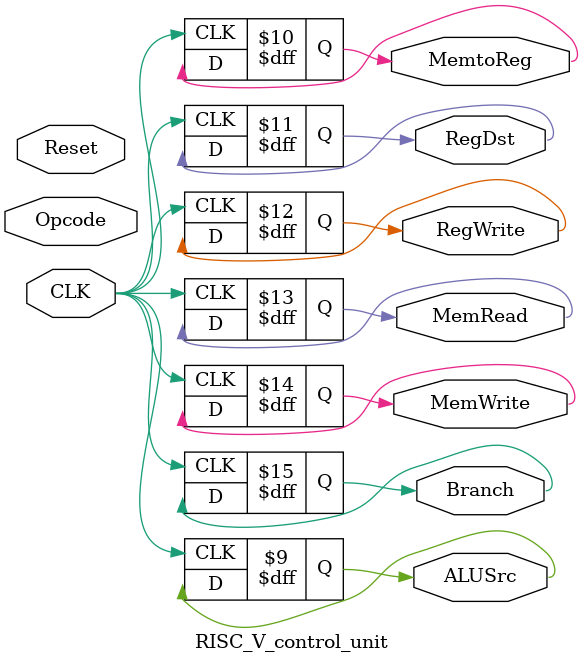
<source format=v>
module RISC_V_control_unit (
    output reg ALUSrc,
    output reg MemtoReg,
    output reg RegDst,
    output reg RegWrite,
    output reg MemRead,
    output reg MemWrite,
    output reg Branch,
    input Opcode,
    input CLK,
    input Reset
);

always @ (posedge CLK) begin
    $display("The opcode is %d ", Opcode);
    case (Opcode)
        7'b0110011: begin
            $display("R-type");
            ALUSrc = 0;
            MemtoReg = 0;
            RegDst = 1;
            RegWrite = 1; 
            MemRead = 0;
            MemWrite = 0; 
            Branch = 0;
        end
        7'b0000011: begin
            $display("LW");
            ALUSrc = 1;
            MemtoReg = 1;
            RegDst = 0;
            RegWrite = 1; 
            MemRead = 1;
            MemWrite = 0; 
            Branch = 0;
        end
        7'b0100011: begin
            $display("SW");
            ALUSrc = 1;
            MemtoReg = 0;
            RegDst = 0;
            RegWrite = 0;
            MemRead = 0;
            MemWrite = 1;
            Branch = 0;
        end
        7'b1100011: begin
            $display("BEQ");
            ALUSrc = 0;
            MemtoReg = 0;
            RegDst = 0;
            RegWrite = 0;
            MemRead = 0;
            MemWrite = 0;
            Branch = 1;
        end
        default: begin
            $display("Wrong Opcode %d ", Opcode);
        end
    endcase
end

endmodule
</source>
